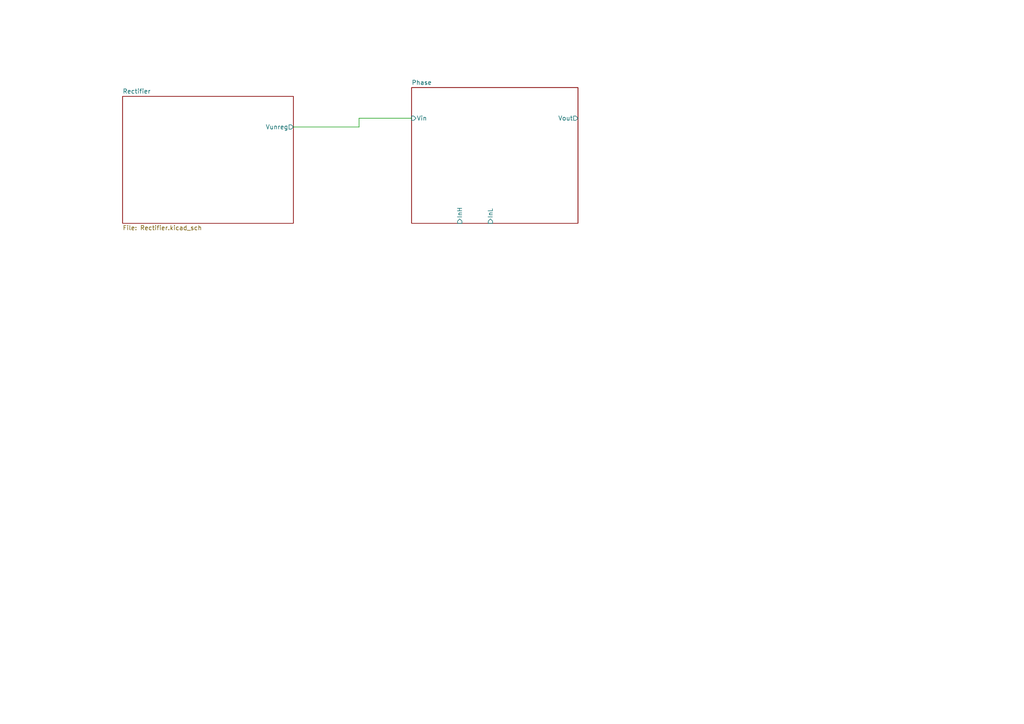
<source format=kicad_sch>
(kicad_sch (version 20230121) (generator eeschema)
  (paper "A4")
  (lib_symbols)
  (wire (pts (xy 104.14 34.29) (xy 119.38 34.29)))
  (wire (pts (xy 104.14 36.83) (xy 104.14 34.29)))
  (wire (pts (xy 85.09 36.83) (xy 104.14 36.83)))
  (sheet (at 119.38 25.4) (size 48.26 39.37) (stroke (width 0.1524))
    (property "Sheetname" "Phase" (at 119.38 24.6884 0) (effects (justify left bottom)))
    (property "Sheetfile" "phase.kicad_sch" (effects hide))
    (pin "Vin" input (at 119.38 34.29 180))
    (pin "Vout" output (at 167.64 34.29 0))
    (pin "InH" input (at 133.35 64.77 270))
    (pin "InL" input (at 142.24 64.77 270))
  )
  (sheet (at 35.56 27.94) (size 49.53 36.83) (stroke (width 0.1524))
    (property "Sheetname" "Rectifier" (at 35.56 27.2284 0) (effects (justify left bottom)))
    (property "Sheetfile" "Rectifier.kicad_sch" (at 35.56 65.3546 0) (effects (justify left top)))
    (pin "Vunreg" output (at 85.09 36.83 0))
  )
)
</source>
